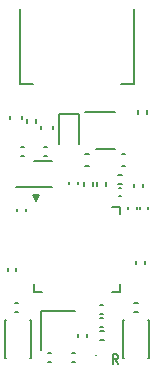
<source format=gto>
%TF.GenerationSoftware,KiCad,Pcbnew,(6.0.8)*%
%TF.CreationDate,2022-11-23T03:17:42-08:00*%
%TF.ProjectId,0xB2,30784232-2e6b-4696-9361-645f70636258,2*%
%TF.SameCoordinates,Original*%
%TF.FileFunction,Legend,Top*%
%TF.FilePolarity,Positive*%
%FSLAX46Y46*%
G04 Gerber Fmt 4.6, Leading zero omitted, Abs format (unit mm)*
G04 Created by KiCad (PCBNEW (6.0.8)) date 2022-11-23 03:17:42*
%MOMM*%
%LPD*%
G01*
G04 APERTURE LIST*
%ADD10C,0.150000*%
%ADD11C,0.200000*%
%ADD12C,0.160000*%
G04 APERTURE END LIST*
D10*
G36*
X148950000Y-92950000D02*
G01*
X148700000Y-92450000D01*
X149200000Y-92450000D01*
X148950000Y-92950000D01*
G37*
X148950000Y-92950000D02*
X148700000Y-92450000D01*
X149200000Y-92450000D01*
X148950000Y-92950000D01*
D11*
%TO.C,SW1*%
X155897619Y-106711904D02*
X155630952Y-106330952D01*
X155440476Y-106711904D02*
X155440476Y-105911904D01*
X155745238Y-105911904D01*
X155821428Y-105950000D01*
X155859523Y-105988095D01*
X155897619Y-106064285D01*
X155897619Y-106178571D01*
X155859523Y-106254761D01*
X155821428Y-106292857D01*
X155745238Y-106330952D01*
X155440476Y-106330952D01*
D12*
%TO.C,C14*%
X154392164Y-102840000D02*
X154607836Y-102840000D01*
X154392164Y-103560000D02*
X154607836Y-103560000D01*
%TO.C,C9*%
X146540000Y-98592164D02*
X146540000Y-98807836D01*
X147260000Y-98592164D02*
X147260000Y-98807836D01*
%TO.C,R10*%
X156203641Y-90720000D02*
X155896359Y-90720000D01*
X156203641Y-91480000D02*
X155896359Y-91480000D01*
%TO.C,C5*%
X158460000Y-93392164D02*
X158460000Y-93607836D01*
X157740000Y-93392164D02*
X157740000Y-93607836D01*
%TO.C,D2*%
X152550000Y-85550000D02*
X152550000Y-88100000D01*
X150850000Y-85550000D02*
X150850000Y-88100000D01*
X152550000Y-85550000D02*
X150850000Y-85550000D01*
%TO.C,R8*%
X152470000Y-104453641D02*
X152470000Y-104146359D01*
X153230000Y-104453641D02*
X153230000Y-104146359D01*
%TO.C,U3*%
X154850000Y-88510000D02*
X154050000Y-88510000D01*
X154850000Y-85390000D02*
X155650000Y-85390000D01*
X154850000Y-85390000D02*
X153050000Y-85390000D01*
X154850000Y-88510000D02*
X155650000Y-88510000D01*
%TO.C,C12*%
X147340000Y-93807836D02*
X147340000Y-93592164D01*
X148060000Y-93807836D02*
X148060000Y-93592164D01*
%TO.C,R6*%
X153020000Y-91346359D02*
X153020000Y-91653641D01*
X153780000Y-91346359D02*
X153780000Y-91653641D01*
%TO.C,F1*%
X150410000Y-86537221D02*
X150410000Y-86862779D01*
X149390000Y-86537221D02*
X149390000Y-86862779D01*
%TO.C,C13*%
X157440000Y-98257836D02*
X157440000Y-98042164D01*
X158160000Y-98257836D02*
X158160000Y-98042164D01*
%TO.C,R5*%
X148170000Y-85996359D02*
X148170000Y-86303641D01*
X148930000Y-85996359D02*
X148930000Y-86303641D01*
%TO.C,SW2*%
X146280000Y-102980000D02*
X146380000Y-102980000D01*
X148420000Y-102980000D02*
X148520000Y-102980000D01*
X148520000Y-106220000D02*
X148520000Y-102980000D01*
X148420000Y-106220000D02*
X148520000Y-106220000D01*
X146280000Y-106220000D02*
X146280000Y-102980000D01*
X146280000Y-106220000D02*
X146380000Y-106220000D01*
%TO.C,C8*%
X154392164Y-101740000D02*
X154607836Y-101740000D01*
X154392164Y-102460000D02*
X154607836Y-102460000D01*
%TO.C,U2*%
X148750000Y-89500000D02*
X150250000Y-89500000D01*
X147250000Y-91700000D02*
X150250000Y-91700000D01*
%TO.C,R4*%
X157570000Y-85246359D02*
X157570000Y-85553641D01*
X158330000Y-85246359D02*
X158330000Y-85553641D01*
%TO.C,J1*%
X147550000Y-83050000D02*
X148650000Y-83050000D01*
X157250000Y-83050000D02*
X157250000Y-76700000D01*
X157250000Y-83050000D02*
X156150000Y-83050000D01*
X147550000Y-83050000D02*
X147550000Y-76700000D01*
%TO.C,R2*%
X157246359Y-101520000D02*
X157553641Y-101520000D01*
X157246359Y-102280000D02*
X157553641Y-102280000D01*
%TO.C,C11*%
X157460000Y-93392164D02*
X157460000Y-93607836D01*
X156740000Y-93392164D02*
X156740000Y-93607836D01*
%TO.C,R11*%
X157980000Y-91763641D02*
X157980000Y-91456359D01*
X157220000Y-91763641D02*
X157220000Y-91456359D01*
%TO.C,Y1*%
X149400000Y-102250000D02*
X149400000Y-105550000D01*
X152200000Y-102250000D02*
X149400000Y-102250000D01*
%TO.C,C10*%
X149622164Y-88390000D02*
X149837836Y-88390000D01*
X149622164Y-89110000D02*
X149837836Y-89110000D01*
%TO.C,C4*%
X152207836Y-106510000D02*
X151992164Y-106510000D01*
X152207836Y-105790000D02*
X151992164Y-105790000D01*
%TO.C,R7*%
X154120000Y-91346359D02*
X154120000Y-91653641D01*
X154880000Y-91346359D02*
X154880000Y-91653641D01*
%TO.C,FB1*%
X146740000Y-86012779D02*
X146740000Y-85687221D01*
X147760000Y-86012779D02*
X147760000Y-85687221D01*
%TO.C,R1*%
X154653641Y-103920000D02*
X154346359Y-103920000D01*
X154653641Y-104680000D02*
X154346359Y-104680000D01*
%TO.C,D1*%
X154050000Y-106000000D02*
G75*
G03*
X154050000Y-106000000I-50000J0D01*
G01*
%TO.C,C6*%
X155942164Y-92510000D02*
X156157836Y-92510000D01*
X155942164Y-91790000D02*
X156157836Y-91790000D01*
%TO.C,C2*%
X156490580Y-88940000D02*
X156209420Y-88940000D01*
X156490580Y-89960000D02*
X156209420Y-89960000D01*
%TO.C,SW1*%
X158520000Y-106220000D02*
X158520000Y-102980000D01*
X156280000Y-106220000D02*
X156280000Y-102980000D01*
X156280000Y-102980000D02*
X156380000Y-102980000D01*
X158420000Y-102980000D02*
X158520000Y-102980000D01*
X158420000Y-106220000D02*
X158520000Y-106220000D01*
X156280000Y-106220000D02*
X156380000Y-106220000D01*
%TO.C,C7*%
X152460000Y-91507836D02*
X152460000Y-91292164D01*
X151740000Y-91507836D02*
X151740000Y-91292164D01*
%TO.C,R3*%
X147453641Y-102280000D02*
X147146359Y-102280000D01*
X147453641Y-101520000D02*
X147146359Y-101520000D01*
%TO.C,R9*%
X147626359Y-88370000D02*
X147933641Y-88370000D01*
X147626359Y-89130000D02*
X147933641Y-89130000D01*
%TO.C,C1*%
X153109420Y-88940000D02*
X153390580Y-88940000D01*
X153109420Y-89960000D02*
X153390580Y-89960000D01*
%TO.C,C3*%
X149992164Y-105790000D02*
X150207836Y-105790000D01*
X149992164Y-106510000D02*
X150207836Y-106510000D01*
%TO.C,U1*%
X155360000Y-93390000D02*
X156010000Y-93390000D01*
X155360000Y-100610000D02*
X156010000Y-100610000D01*
X156010000Y-93390000D02*
X156010000Y-94040000D01*
X148790000Y-100610000D02*
X148790000Y-99960000D01*
X156010000Y-100610000D02*
X156010000Y-99960000D01*
X149440000Y-100610000D02*
X148790000Y-100610000D01*
%TD*%
M02*

</source>
